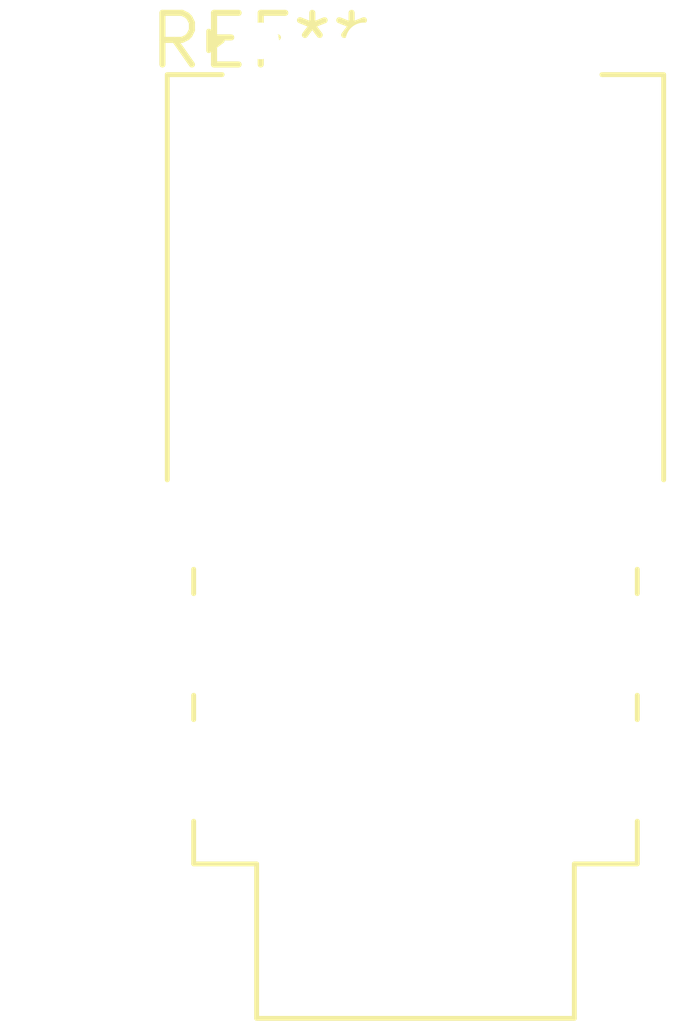
<source format=kicad_pcb>
(kicad_pcb (version 20240108) (generator pcbnew)
  (layers (0 "F.Cu" signal) (31 "B.Cu" signal) (34 "B.Paste" user) (35 "F.Paste" user) (36 "B.SilkS" user "B.Silkscreen") (37 "F.SilkS" user "F.Silkscreen") (38 "B.Mask" user) (39 "F.Mask" user) (44 "Edge.Cuts" user))
  (net 0 "")
  (footprint "LEM_HO8-NP" (layer "F.Cu") (at 0 0)
    (property "Reference" "REF**")
    (property "Value" "LEM_HO8-NP")
    (fp_line (start -2.3 0.83) (end -2.3 10.8) (layer "F.SilkS") (stroke (width 0.12)))
    (fp_line (start -2.3 0.83) (end -0.95 0.83) (layer "F.SilkS") (stroke (width 0.12)))
    (fp_line (start -1.65 13) (end -1.65 13.6) (layer "F.SilkS") (stroke (width 0.12)))
    (fp_line (start -1.65 16.1) (end -1.65 16.7) (layer "F.SilkS") (stroke (width 0.12)))
    (fp_line (start -1.65 19.2) (end -1.65 20.24) (layer "F.SilkS") (stroke (width 0.12)))
    (fp_line (start -1.65 20.25) (end -0.1 20.25) (layer "F.SilkS") (stroke (width 0.12)))
    (fp_line (start -0.1 20.25) (end -0.1 24.05) (layer "F.SilkS") (stroke (width 0.12)))
    (fp_line (start -0.1 24.05) (end 7.72 24.05) (layer "F.SilkS") (stroke (width 0.12)))
    (fp_line (start 7.72 20.25) (end 9.27 20.25) (layer "F.SilkS") (stroke (width 0.12)))
    (fp_line (start 7.72 24.05) (end 7.72 20.25) (layer "F.SilkS") (stroke (width 0.12)))
    (fp_line (start 9.27 13) (end 9.27 13.6) (layer "F.SilkS") (stroke (width 0.12)))
    (fp_line (start 9.27 16.1) (end 9.27 16.7) (layer "F.SilkS") (stroke (width 0.12)))
    (fp_line (start 9.27 19.2) (end 9.27 20.24) (layer "F.SilkS") (stroke (width 0.12)))
    (fp_line (start 9.92 0.83) (end 8.4 0.83) (layer "F.SilkS") (stroke (width 0.12)))
    (fp_line (start 9.92 10.8) (end 9.92 0.83) (layer "F.SilkS") (stroke (width 0.12)))
    (fp_poly (pts (xy -0.95 0) (xy -1.28 0.24) (xy -1.28 -0.24) (xy -0.95 0)) (layer "F.SilkS") (stroke (width 0.12)) (fill solid))
    (pad "1" thru_hole rect (at 0 0) (size 1.4 1.4) (drill 0.9) (layers *.Cu *.Mask) (remove_unused_layers))
    (pad "2" thru_hole circle (at 1.27 1.905) (size 1.4 1.4) (drill 0.9) (layers *.Cu *.Mask) (remove_unused_layers))
    (pad "3" thru_hole circle (at 2.54 0) (size 1.4 1.4) (drill 0.9) (layers *.Cu *.Mask) (remove_unused_layers))
    (pad "4" thru_hole circle (at 3.81 1.905) (size 1.4 1.4) (drill 0.9) (layers *.Cu *.Mask) (remove_unused_layers))
    (pad "5" thru_hole circle (at 5.08 0) (size 1.4 1.4) (drill 0.9) (layers *.Cu *.Mask) (remove_unused_layers))
    (pad "6" thru_hole circle (at 6.35 1.905) (size 1.4 1.4) (drill 0.9) (layers *.Cu *.Mask) (remove_unused_layers))
    (pad "7" thru_hole circle (at 7.62 0) (size 1.4 1.4) (drill 0.9) (layers *.Cu *.Mask) (remove_unused_layers))
    (pad "8" thru_hole oval (at 8.71 11.735) (size 2.75 2.1) (drill 1.5) (layers *.Cu *.Mask) (remove_unused_layers))
    (pad "9" thru_hole oval (at 8.71 14.835) (size 2.75 2.1) (drill 1.5) (layers *.Cu *.Mask) (remove_unused_layers))
    (pad "10" thru_hole oval (at 8.71 17.935) (size 2.75 2.1) (drill 1.5) (layers *.Cu *.Mask) (remove_unused_layers))
    (pad "11" thru_hole oval (at -1.09 17.935) (size 2.75 2.1) (drill 1.5) (layers *.Cu *.Mask) (remove_unused_layers))
    (pad "12" thru_hole oval (at -1.09 14.835) (size 2.75 2.1) (drill 1.5) (layers *.Cu *.Mask) (remove_unused_layers))
    (pad "13" thru_hole oval (at -1.09 11.735) (size 2.75 2.1) (drill 1.5) (layers *.Cu *.Mask) (remove_unused_layers))
  )
)
</source>
